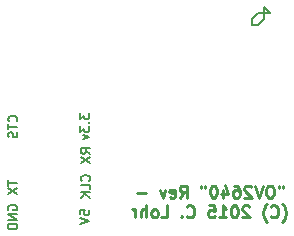
<source format=gbo>
G04 (created by PCBNEW (2013-jul-07)-stable) date Mon 11 May 2015 05:44:55 PM EDT*
%MOIN*%
G04 Gerber Fmt 3.4, Leading zero omitted, Abs format*
%FSLAX34Y34*%
G01*
G70*
G90*
G04 APERTURE LIST*
%ADD10C,0.00590551*%
%ADD11C,0.01*%
%ADD12C,0.00787402*%
G04 APERTURE END LIST*
G54D10*
G54D11*
X33157Y-28971D02*
X33157Y-29048D01*
X33005Y-28971D02*
X33005Y-29048D01*
X32757Y-28971D02*
X32681Y-28971D01*
X32643Y-28990D01*
X32605Y-29029D01*
X32586Y-29105D01*
X32586Y-29238D01*
X32605Y-29314D01*
X32643Y-29352D01*
X32681Y-29371D01*
X32757Y-29371D01*
X32795Y-29352D01*
X32833Y-29314D01*
X32852Y-29238D01*
X32852Y-29105D01*
X32833Y-29029D01*
X32795Y-28990D01*
X32757Y-28971D01*
X32471Y-28971D02*
X32338Y-29371D01*
X32205Y-28971D01*
X32090Y-29010D02*
X32071Y-28990D01*
X32033Y-28971D01*
X31938Y-28971D01*
X31900Y-28990D01*
X31881Y-29010D01*
X31862Y-29048D01*
X31862Y-29086D01*
X31881Y-29143D01*
X32109Y-29371D01*
X31862Y-29371D01*
X31519Y-28971D02*
X31595Y-28971D01*
X31633Y-28990D01*
X31652Y-29010D01*
X31690Y-29067D01*
X31709Y-29143D01*
X31709Y-29295D01*
X31690Y-29333D01*
X31671Y-29352D01*
X31633Y-29371D01*
X31557Y-29371D01*
X31519Y-29352D01*
X31500Y-29333D01*
X31481Y-29295D01*
X31481Y-29200D01*
X31500Y-29162D01*
X31519Y-29143D01*
X31557Y-29124D01*
X31633Y-29124D01*
X31671Y-29143D01*
X31690Y-29162D01*
X31709Y-29200D01*
X31138Y-29105D02*
X31138Y-29371D01*
X31233Y-28952D02*
X31329Y-29238D01*
X31081Y-29238D01*
X30852Y-28971D02*
X30814Y-28971D01*
X30776Y-28990D01*
X30757Y-29010D01*
X30738Y-29048D01*
X30719Y-29124D01*
X30719Y-29219D01*
X30738Y-29295D01*
X30757Y-29333D01*
X30776Y-29352D01*
X30814Y-29371D01*
X30852Y-29371D01*
X30890Y-29352D01*
X30909Y-29333D01*
X30929Y-29295D01*
X30948Y-29219D01*
X30948Y-29124D01*
X30929Y-29048D01*
X30909Y-29010D01*
X30890Y-28990D01*
X30852Y-28971D01*
X30567Y-28971D02*
X30567Y-29048D01*
X30414Y-28971D02*
X30414Y-29048D01*
X29710Y-29371D02*
X29843Y-29181D01*
X29938Y-29371D02*
X29938Y-28971D01*
X29786Y-28971D01*
X29748Y-28990D01*
X29729Y-29010D01*
X29710Y-29048D01*
X29710Y-29105D01*
X29729Y-29143D01*
X29748Y-29162D01*
X29786Y-29181D01*
X29938Y-29181D01*
X29386Y-29352D02*
X29424Y-29371D01*
X29500Y-29371D01*
X29538Y-29352D01*
X29557Y-29314D01*
X29557Y-29162D01*
X29538Y-29124D01*
X29500Y-29105D01*
X29424Y-29105D01*
X29386Y-29124D01*
X29367Y-29162D01*
X29367Y-29200D01*
X29557Y-29238D01*
X29233Y-29105D02*
X29138Y-29371D01*
X29043Y-29105D01*
X28586Y-29219D02*
X28281Y-29219D01*
X33129Y-30184D02*
X33148Y-30165D01*
X33186Y-30108D01*
X33205Y-30070D01*
X33224Y-30012D01*
X33243Y-29917D01*
X33243Y-29841D01*
X33224Y-29746D01*
X33205Y-29689D01*
X33186Y-29650D01*
X33148Y-29593D01*
X33129Y-29574D01*
X32748Y-29993D02*
X32767Y-30012D01*
X32824Y-30031D01*
X32862Y-30031D01*
X32919Y-30012D01*
X32957Y-29974D01*
X32976Y-29936D01*
X32995Y-29860D01*
X32995Y-29803D01*
X32976Y-29727D01*
X32957Y-29689D01*
X32919Y-29650D01*
X32862Y-29631D01*
X32824Y-29631D01*
X32767Y-29650D01*
X32748Y-29670D01*
X32614Y-30184D02*
X32595Y-30165D01*
X32557Y-30108D01*
X32538Y-30070D01*
X32519Y-30012D01*
X32500Y-29917D01*
X32500Y-29841D01*
X32519Y-29746D01*
X32538Y-29689D01*
X32557Y-29650D01*
X32595Y-29593D01*
X32614Y-29574D01*
X32024Y-29670D02*
X32005Y-29650D01*
X31967Y-29631D01*
X31871Y-29631D01*
X31833Y-29650D01*
X31814Y-29670D01*
X31795Y-29708D01*
X31795Y-29746D01*
X31814Y-29803D01*
X32043Y-30031D01*
X31795Y-30031D01*
X31548Y-29631D02*
X31510Y-29631D01*
X31471Y-29650D01*
X31452Y-29670D01*
X31433Y-29708D01*
X31414Y-29784D01*
X31414Y-29879D01*
X31433Y-29955D01*
X31452Y-29993D01*
X31471Y-30012D01*
X31510Y-30031D01*
X31548Y-30031D01*
X31586Y-30012D01*
X31605Y-29993D01*
X31624Y-29955D01*
X31643Y-29879D01*
X31643Y-29784D01*
X31624Y-29708D01*
X31605Y-29670D01*
X31586Y-29650D01*
X31548Y-29631D01*
X31033Y-30031D02*
X31262Y-30031D01*
X31148Y-30031D02*
X31148Y-29631D01*
X31186Y-29689D01*
X31224Y-29727D01*
X31262Y-29746D01*
X30671Y-29631D02*
X30862Y-29631D01*
X30881Y-29822D01*
X30862Y-29803D01*
X30824Y-29784D01*
X30729Y-29784D01*
X30690Y-29803D01*
X30671Y-29822D01*
X30652Y-29860D01*
X30652Y-29955D01*
X30671Y-29993D01*
X30690Y-30012D01*
X30729Y-30031D01*
X30824Y-30031D01*
X30862Y-30012D01*
X30881Y-29993D01*
X29948Y-29993D02*
X29967Y-30012D01*
X30024Y-30031D01*
X30062Y-30031D01*
X30119Y-30012D01*
X30157Y-29974D01*
X30176Y-29936D01*
X30195Y-29860D01*
X30195Y-29803D01*
X30176Y-29727D01*
X30157Y-29689D01*
X30119Y-29650D01*
X30062Y-29631D01*
X30024Y-29631D01*
X29967Y-29650D01*
X29948Y-29670D01*
X29776Y-29993D02*
X29757Y-30012D01*
X29776Y-30031D01*
X29795Y-30012D01*
X29776Y-29993D01*
X29776Y-30031D01*
X29090Y-30031D02*
X29281Y-30031D01*
X29281Y-29631D01*
X28900Y-30031D02*
X28938Y-30012D01*
X28957Y-29993D01*
X28976Y-29955D01*
X28976Y-29841D01*
X28957Y-29803D01*
X28938Y-29784D01*
X28900Y-29765D01*
X28843Y-29765D01*
X28805Y-29784D01*
X28786Y-29803D01*
X28767Y-29841D01*
X28767Y-29955D01*
X28786Y-29993D01*
X28805Y-30012D01*
X28843Y-30031D01*
X28900Y-30031D01*
X28595Y-30031D02*
X28595Y-29631D01*
X28424Y-30031D02*
X28424Y-29822D01*
X28443Y-29784D01*
X28481Y-29765D01*
X28538Y-29765D01*
X28576Y-29784D01*
X28595Y-29803D01*
X28233Y-30031D02*
X28233Y-29765D01*
X28233Y-29841D02*
X28214Y-29803D01*
X28195Y-29784D01*
X28157Y-29765D01*
X28119Y-29765D01*
G54D12*
X32317Y-23617D02*
X32517Y-23417D01*
X32117Y-23617D02*
X32317Y-23617D01*
X32117Y-23417D02*
X32117Y-23617D01*
X32317Y-23217D02*
X32117Y-23417D01*
X32517Y-23217D02*
X32317Y-23217D01*
X32517Y-23217D02*
X32517Y-23017D01*
X32517Y-23217D02*
X32717Y-23217D01*
X32517Y-23417D02*
X32517Y-23217D01*
X32317Y-23617D02*
X32517Y-23417D01*
X32717Y-23217D02*
X32517Y-23017D01*
G54D10*
X26391Y-26547D02*
X26391Y-26739D01*
X26509Y-26635D01*
X26509Y-26680D01*
X26524Y-26709D01*
X26539Y-26724D01*
X26568Y-26739D01*
X26642Y-26739D01*
X26672Y-26724D01*
X26686Y-26709D01*
X26701Y-26680D01*
X26701Y-26591D01*
X26686Y-26562D01*
X26672Y-26547D01*
X26672Y-26872D02*
X26686Y-26886D01*
X26701Y-26872D01*
X26686Y-26857D01*
X26672Y-26872D01*
X26701Y-26872D01*
X26391Y-26990D02*
X26391Y-27182D01*
X26509Y-27078D01*
X26509Y-27123D01*
X26524Y-27152D01*
X26539Y-27167D01*
X26568Y-27182D01*
X26642Y-27182D01*
X26672Y-27167D01*
X26686Y-27152D01*
X26701Y-27123D01*
X26701Y-27034D01*
X26686Y-27004D01*
X26672Y-26990D01*
X26494Y-27285D02*
X26701Y-27359D01*
X26494Y-27433D01*
X24271Y-26834D02*
X24285Y-26819D01*
X24300Y-26775D01*
X24300Y-26745D01*
X24285Y-26701D01*
X24256Y-26672D01*
X24226Y-26657D01*
X24167Y-26642D01*
X24123Y-26642D01*
X24064Y-26657D01*
X24034Y-26672D01*
X24005Y-26701D01*
X23990Y-26745D01*
X23990Y-26775D01*
X24005Y-26819D01*
X24020Y-26834D01*
X23990Y-26923D02*
X23990Y-27100D01*
X24300Y-27011D02*
X23990Y-27011D01*
X24285Y-27188D02*
X24300Y-27233D01*
X24300Y-27306D01*
X24285Y-27336D01*
X24271Y-27351D01*
X24241Y-27365D01*
X24212Y-27365D01*
X24182Y-27351D01*
X24167Y-27336D01*
X24153Y-27306D01*
X24138Y-27247D01*
X24123Y-27218D01*
X24108Y-27203D01*
X24079Y-27188D01*
X24049Y-27188D01*
X24020Y-27203D01*
X24005Y-27218D01*
X23990Y-27247D01*
X23990Y-27321D01*
X24005Y-27365D01*
X26722Y-27911D02*
X26575Y-27808D01*
X26722Y-27734D02*
X26412Y-27734D01*
X26412Y-27852D01*
X26427Y-27882D01*
X26442Y-27896D01*
X26471Y-27911D01*
X26515Y-27911D01*
X26545Y-27896D01*
X26560Y-27882D01*
X26575Y-27852D01*
X26575Y-27734D01*
X26412Y-28014D02*
X26722Y-28221D01*
X26412Y-28221D02*
X26722Y-28014D01*
X23983Y-28791D02*
X23983Y-28968D01*
X24293Y-28879D02*
X23983Y-28879D01*
X23983Y-29041D02*
X24293Y-29248D01*
X23983Y-29248D02*
X24293Y-29041D01*
X26700Y-28814D02*
X26714Y-28799D01*
X26729Y-28755D01*
X26729Y-28726D01*
X26714Y-28681D01*
X26685Y-28652D01*
X26655Y-28637D01*
X26596Y-28622D01*
X26552Y-28622D01*
X26493Y-28637D01*
X26463Y-28652D01*
X26434Y-28681D01*
X26419Y-28726D01*
X26419Y-28755D01*
X26434Y-28799D01*
X26449Y-28814D01*
X26729Y-29095D02*
X26729Y-28947D01*
X26419Y-28947D01*
X26729Y-29198D02*
X26419Y-29198D01*
X26729Y-29375D02*
X26552Y-29242D01*
X26419Y-29375D02*
X26596Y-29198D01*
X23998Y-29785D02*
X23983Y-29755D01*
X23983Y-29711D01*
X23998Y-29666D01*
X24027Y-29637D01*
X24057Y-29622D01*
X24116Y-29607D01*
X24160Y-29607D01*
X24219Y-29622D01*
X24249Y-29637D01*
X24278Y-29666D01*
X24293Y-29711D01*
X24293Y-29740D01*
X24278Y-29785D01*
X24264Y-29799D01*
X24160Y-29799D01*
X24160Y-29740D01*
X24293Y-29932D02*
X23983Y-29932D01*
X24293Y-30109D01*
X23983Y-30109D01*
X24293Y-30257D02*
X23983Y-30257D01*
X23983Y-30331D01*
X23998Y-30375D01*
X24027Y-30405D01*
X24057Y-30419D01*
X24116Y-30434D01*
X24160Y-30434D01*
X24219Y-30419D01*
X24249Y-30405D01*
X24278Y-30375D01*
X24293Y-30331D01*
X24293Y-30257D01*
X26391Y-29934D02*
X26391Y-29786D01*
X26539Y-29771D01*
X26524Y-29786D01*
X26509Y-29816D01*
X26509Y-29889D01*
X26524Y-29919D01*
X26539Y-29934D01*
X26568Y-29948D01*
X26642Y-29948D01*
X26672Y-29934D01*
X26686Y-29919D01*
X26701Y-29889D01*
X26701Y-29816D01*
X26686Y-29786D01*
X26672Y-29771D01*
X26391Y-30037D02*
X26701Y-30140D01*
X26391Y-30244D01*
M02*

</source>
